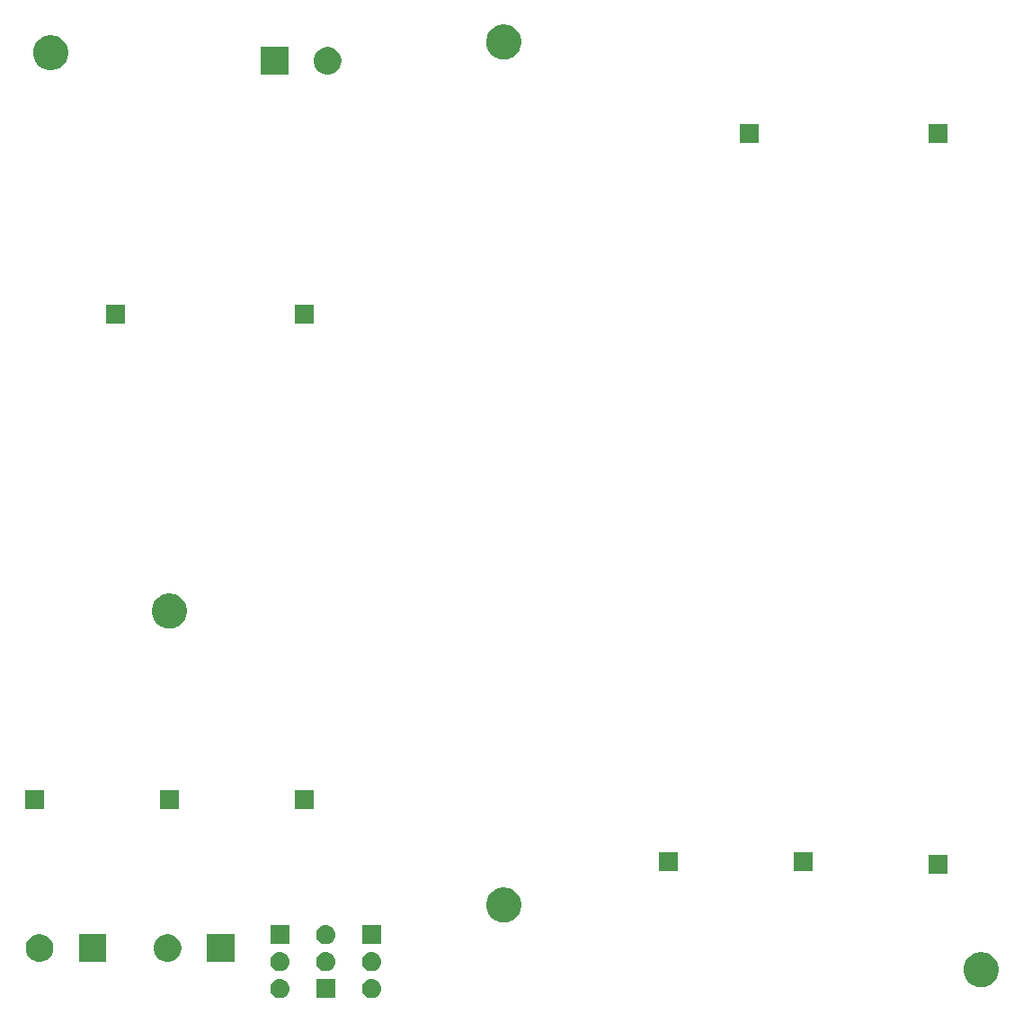
<source format=gbr>
G04 #@! TF.GenerationSoftware,KiCad,Pcbnew,(5.1.4)-1*
G04 #@! TF.CreationDate,2019-10-21T16:45:54-04:00*
G04 #@! TF.ProjectId,psu_board,7073755f-626f-4617-9264-2e6b69636164,rev?*
G04 #@! TF.SameCoordinates,Original*
G04 #@! TF.FileFunction,Soldermask,Top*
G04 #@! TF.FilePolarity,Negative*
%FSLAX46Y46*%
G04 Gerber Fmt 4.6, Leading zero omitted, Abs format (unit mm)*
G04 Created by KiCad (PCBNEW (5.1.4)-1) date 2019-10-21 16:45:54*
%MOMM*%
%LPD*%
G04 APERTURE LIST*
%ADD10C,0.100000*%
G04 APERTURE END LIST*
D10*
G36*
X189340442Y-155061518D02*
G01*
X189406627Y-155068037D01*
X189576466Y-155119557D01*
X189732991Y-155203222D01*
X189766167Y-155230449D01*
X189870186Y-155315814D01*
X189953448Y-155417271D01*
X189982778Y-155453009D01*
X190066443Y-155609534D01*
X190117963Y-155779373D01*
X190135359Y-155956000D01*
X190117963Y-156132627D01*
X190066443Y-156302466D01*
X189982778Y-156458991D01*
X189953448Y-156494729D01*
X189870186Y-156596186D01*
X189768729Y-156679448D01*
X189732991Y-156708778D01*
X189576466Y-156792443D01*
X189406627Y-156843963D01*
X189340443Y-156850481D01*
X189274260Y-156857000D01*
X189185740Y-156857000D01*
X189119557Y-156850481D01*
X189053373Y-156843963D01*
X188883534Y-156792443D01*
X188727009Y-156708778D01*
X188691271Y-156679448D01*
X188589814Y-156596186D01*
X188506552Y-156494729D01*
X188477222Y-156458991D01*
X188393557Y-156302466D01*
X188342037Y-156132627D01*
X188324641Y-155956000D01*
X188342037Y-155779373D01*
X188393557Y-155609534D01*
X188477222Y-155453009D01*
X188506552Y-155417271D01*
X188589814Y-155315814D01*
X188693833Y-155230449D01*
X188727009Y-155203222D01*
X188883534Y-155119557D01*
X189053373Y-155068037D01*
X189119558Y-155061518D01*
X189185740Y-155055000D01*
X189274260Y-155055000D01*
X189340442Y-155061518D01*
X189340442Y-155061518D01*
G37*
G36*
X180704442Y-155061518D02*
G01*
X180770627Y-155068037D01*
X180940466Y-155119557D01*
X181096991Y-155203222D01*
X181130167Y-155230449D01*
X181234186Y-155315814D01*
X181317448Y-155417271D01*
X181346778Y-155453009D01*
X181430443Y-155609534D01*
X181481963Y-155779373D01*
X181499359Y-155956000D01*
X181481963Y-156132627D01*
X181430443Y-156302466D01*
X181346778Y-156458991D01*
X181317448Y-156494729D01*
X181234186Y-156596186D01*
X181132729Y-156679448D01*
X181096991Y-156708778D01*
X180940466Y-156792443D01*
X180770627Y-156843963D01*
X180704443Y-156850481D01*
X180638260Y-156857000D01*
X180549740Y-156857000D01*
X180483557Y-156850481D01*
X180417373Y-156843963D01*
X180247534Y-156792443D01*
X180091009Y-156708778D01*
X180055271Y-156679448D01*
X179953814Y-156596186D01*
X179870552Y-156494729D01*
X179841222Y-156458991D01*
X179757557Y-156302466D01*
X179706037Y-156132627D01*
X179688641Y-155956000D01*
X179706037Y-155779373D01*
X179757557Y-155609534D01*
X179841222Y-155453009D01*
X179870552Y-155417271D01*
X179953814Y-155315814D01*
X180057833Y-155230449D01*
X180091009Y-155203222D01*
X180247534Y-155119557D01*
X180417373Y-155068037D01*
X180483558Y-155061518D01*
X180549740Y-155055000D01*
X180638260Y-155055000D01*
X180704442Y-155061518D01*
X180704442Y-155061518D01*
G37*
G36*
X185813000Y-156857000D02*
G01*
X184011000Y-156857000D01*
X184011000Y-155055000D01*
X185813000Y-155055000D01*
X185813000Y-156857000D01*
X185813000Y-156857000D01*
G37*
G36*
X247009256Y-152569298D02*
G01*
X247115579Y-152590447D01*
X247416042Y-152714903D01*
X247686451Y-152895585D01*
X247916415Y-153125549D01*
X248097097Y-153395958D01*
X248221553Y-153696421D01*
X248242702Y-153802744D01*
X248265825Y-153918989D01*
X248285000Y-154015391D01*
X248285000Y-154340609D01*
X248221553Y-154659579D01*
X248097097Y-154960042D01*
X247916415Y-155230451D01*
X247686451Y-155460415D01*
X247416042Y-155641097D01*
X247115579Y-155765553D01*
X247046101Y-155779373D01*
X246796611Y-155829000D01*
X246471389Y-155829000D01*
X246221899Y-155779373D01*
X246152421Y-155765553D01*
X245851958Y-155641097D01*
X245581549Y-155460415D01*
X245351585Y-155230451D01*
X245170903Y-154960042D01*
X245046447Y-154659579D01*
X244983000Y-154340609D01*
X244983000Y-154015391D01*
X245002176Y-153918989D01*
X245025298Y-153802744D01*
X245046447Y-153696421D01*
X245170903Y-153395958D01*
X245351585Y-153125549D01*
X245581549Y-152895585D01*
X245851958Y-152714903D01*
X246152421Y-152590447D01*
X246258744Y-152569298D01*
X246471389Y-152527000D01*
X246796611Y-152527000D01*
X247009256Y-152569298D01*
X247009256Y-152569298D01*
G37*
G36*
X185022442Y-152521518D02*
G01*
X185088627Y-152528037D01*
X185258466Y-152579557D01*
X185414991Y-152663222D01*
X185450729Y-152692552D01*
X185552186Y-152775814D01*
X185635448Y-152877271D01*
X185664778Y-152913009D01*
X185748443Y-153069534D01*
X185799963Y-153239373D01*
X185817359Y-153416000D01*
X185799963Y-153592627D01*
X185748443Y-153762466D01*
X185664778Y-153918991D01*
X185635448Y-153954729D01*
X185552186Y-154056186D01*
X185450729Y-154139448D01*
X185414991Y-154168778D01*
X185258466Y-154252443D01*
X185088627Y-154303963D01*
X185022442Y-154310482D01*
X184956260Y-154317000D01*
X184867740Y-154317000D01*
X184801558Y-154310482D01*
X184735373Y-154303963D01*
X184565534Y-154252443D01*
X184409009Y-154168778D01*
X184373271Y-154139448D01*
X184271814Y-154056186D01*
X184188552Y-153954729D01*
X184159222Y-153918991D01*
X184075557Y-153762466D01*
X184024037Y-153592627D01*
X184006641Y-153416000D01*
X184024037Y-153239373D01*
X184075557Y-153069534D01*
X184159222Y-152913009D01*
X184188552Y-152877271D01*
X184271814Y-152775814D01*
X184373271Y-152692552D01*
X184409009Y-152663222D01*
X184565534Y-152579557D01*
X184735373Y-152528037D01*
X184801558Y-152521518D01*
X184867740Y-152515000D01*
X184956260Y-152515000D01*
X185022442Y-152521518D01*
X185022442Y-152521518D01*
G37*
G36*
X189340442Y-152521518D02*
G01*
X189406627Y-152528037D01*
X189576466Y-152579557D01*
X189732991Y-152663222D01*
X189768729Y-152692552D01*
X189870186Y-152775814D01*
X189953448Y-152877271D01*
X189982778Y-152913009D01*
X190066443Y-153069534D01*
X190117963Y-153239373D01*
X190135359Y-153416000D01*
X190117963Y-153592627D01*
X190066443Y-153762466D01*
X189982778Y-153918991D01*
X189953448Y-153954729D01*
X189870186Y-154056186D01*
X189768729Y-154139448D01*
X189732991Y-154168778D01*
X189576466Y-154252443D01*
X189406627Y-154303963D01*
X189340442Y-154310482D01*
X189274260Y-154317000D01*
X189185740Y-154317000D01*
X189119558Y-154310482D01*
X189053373Y-154303963D01*
X188883534Y-154252443D01*
X188727009Y-154168778D01*
X188691271Y-154139448D01*
X188589814Y-154056186D01*
X188506552Y-153954729D01*
X188477222Y-153918991D01*
X188393557Y-153762466D01*
X188342037Y-153592627D01*
X188324641Y-153416000D01*
X188342037Y-153239373D01*
X188393557Y-153069534D01*
X188477222Y-152913009D01*
X188506552Y-152877271D01*
X188589814Y-152775814D01*
X188691271Y-152692552D01*
X188727009Y-152663222D01*
X188883534Y-152579557D01*
X189053373Y-152528037D01*
X189119558Y-152521518D01*
X189185740Y-152515000D01*
X189274260Y-152515000D01*
X189340442Y-152521518D01*
X189340442Y-152521518D01*
G37*
G36*
X180704442Y-152521518D02*
G01*
X180770627Y-152528037D01*
X180940466Y-152579557D01*
X181096991Y-152663222D01*
X181132729Y-152692552D01*
X181234186Y-152775814D01*
X181317448Y-152877271D01*
X181346778Y-152913009D01*
X181430443Y-153069534D01*
X181481963Y-153239373D01*
X181499359Y-153416000D01*
X181481963Y-153592627D01*
X181430443Y-153762466D01*
X181346778Y-153918991D01*
X181317448Y-153954729D01*
X181234186Y-154056186D01*
X181132729Y-154139448D01*
X181096991Y-154168778D01*
X180940466Y-154252443D01*
X180770627Y-154303963D01*
X180704442Y-154310482D01*
X180638260Y-154317000D01*
X180549740Y-154317000D01*
X180483558Y-154310482D01*
X180417373Y-154303963D01*
X180247534Y-154252443D01*
X180091009Y-154168778D01*
X180055271Y-154139448D01*
X179953814Y-154056186D01*
X179870552Y-153954729D01*
X179841222Y-153918991D01*
X179757557Y-153762466D01*
X179706037Y-153592627D01*
X179688641Y-153416000D01*
X179706037Y-153239373D01*
X179757557Y-153069534D01*
X179841222Y-152913009D01*
X179870552Y-152877271D01*
X179953814Y-152775814D01*
X180055271Y-152692552D01*
X180091009Y-152663222D01*
X180247534Y-152579557D01*
X180417373Y-152528037D01*
X180483558Y-152521518D01*
X180549740Y-152515000D01*
X180638260Y-152515000D01*
X180704442Y-152521518D01*
X180704442Y-152521518D01*
G37*
G36*
X158335487Y-150894996D02*
G01*
X158572253Y-150993068D01*
X158572255Y-150993069D01*
X158785339Y-151135447D01*
X158966553Y-151316661D01*
X159099871Y-151516185D01*
X159108932Y-151529747D01*
X159207004Y-151766513D01*
X159257000Y-152017861D01*
X159257000Y-152274139D01*
X159207004Y-152525487D01*
X159149952Y-152663222D01*
X159108931Y-152762255D01*
X158966553Y-152975339D01*
X158785339Y-153156553D01*
X158572255Y-153298931D01*
X158572254Y-153298932D01*
X158572253Y-153298932D01*
X158335487Y-153397004D01*
X158084139Y-153447000D01*
X157827861Y-153447000D01*
X157576513Y-153397004D01*
X157339747Y-153298932D01*
X157339746Y-153298932D01*
X157339745Y-153298931D01*
X157126661Y-153156553D01*
X156945447Y-152975339D01*
X156803069Y-152762255D01*
X156762048Y-152663222D01*
X156704996Y-152525487D01*
X156655000Y-152274139D01*
X156655000Y-152017861D01*
X156704996Y-151766513D01*
X156803068Y-151529747D01*
X156812130Y-151516185D01*
X156945447Y-151316661D01*
X157126661Y-151135447D01*
X157339745Y-150993069D01*
X157339747Y-150993068D01*
X157576513Y-150894996D01*
X157827861Y-150845000D01*
X158084139Y-150845000D01*
X158335487Y-150894996D01*
X158335487Y-150894996D01*
G37*
G36*
X176307000Y-153447000D02*
G01*
X173705000Y-153447000D01*
X173705000Y-150845000D01*
X176307000Y-150845000D01*
X176307000Y-153447000D01*
X176307000Y-153447000D01*
G37*
G36*
X170385487Y-150894996D02*
G01*
X170622253Y-150993068D01*
X170622255Y-150993069D01*
X170835339Y-151135447D01*
X171016553Y-151316661D01*
X171149871Y-151516185D01*
X171158932Y-151529747D01*
X171257004Y-151766513D01*
X171307000Y-152017861D01*
X171307000Y-152274139D01*
X171257004Y-152525487D01*
X171199952Y-152663222D01*
X171158931Y-152762255D01*
X171016553Y-152975339D01*
X170835339Y-153156553D01*
X170622255Y-153298931D01*
X170622254Y-153298932D01*
X170622253Y-153298932D01*
X170385487Y-153397004D01*
X170134139Y-153447000D01*
X169877861Y-153447000D01*
X169626513Y-153397004D01*
X169389747Y-153298932D01*
X169389746Y-153298932D01*
X169389745Y-153298931D01*
X169176661Y-153156553D01*
X168995447Y-152975339D01*
X168853069Y-152762255D01*
X168812048Y-152663222D01*
X168754996Y-152525487D01*
X168705000Y-152274139D01*
X168705000Y-152017861D01*
X168754996Y-151766513D01*
X168853068Y-151529747D01*
X168862130Y-151516185D01*
X168995447Y-151316661D01*
X169176661Y-151135447D01*
X169389745Y-150993069D01*
X169389747Y-150993068D01*
X169626513Y-150894996D01*
X169877861Y-150845000D01*
X170134139Y-150845000D01*
X170385487Y-150894996D01*
X170385487Y-150894996D01*
G37*
G36*
X164257000Y-153447000D02*
G01*
X161655000Y-153447000D01*
X161655000Y-150845000D01*
X164257000Y-150845000D01*
X164257000Y-153447000D01*
X164257000Y-153447000D01*
G37*
G36*
X190131000Y-151777000D02*
G01*
X188329000Y-151777000D01*
X188329000Y-149975000D01*
X190131000Y-149975000D01*
X190131000Y-151777000D01*
X190131000Y-151777000D01*
G37*
G36*
X181495000Y-151777000D02*
G01*
X179693000Y-151777000D01*
X179693000Y-149975000D01*
X181495000Y-149975000D01*
X181495000Y-151777000D01*
X181495000Y-151777000D01*
G37*
G36*
X185022443Y-149981519D02*
G01*
X185088627Y-149988037D01*
X185258466Y-150039557D01*
X185414991Y-150123222D01*
X185450729Y-150152552D01*
X185552186Y-150235814D01*
X185635448Y-150337271D01*
X185664778Y-150373009D01*
X185748443Y-150529534D01*
X185799963Y-150699373D01*
X185817359Y-150876000D01*
X185799963Y-151052627D01*
X185748443Y-151222466D01*
X185664778Y-151378991D01*
X185635448Y-151414729D01*
X185552186Y-151516186D01*
X185450729Y-151599448D01*
X185414991Y-151628778D01*
X185258466Y-151712443D01*
X185088627Y-151763963D01*
X185022442Y-151770482D01*
X184956260Y-151777000D01*
X184867740Y-151777000D01*
X184801558Y-151770482D01*
X184735373Y-151763963D01*
X184565534Y-151712443D01*
X184409009Y-151628778D01*
X184373271Y-151599448D01*
X184271814Y-151516186D01*
X184188552Y-151414729D01*
X184159222Y-151378991D01*
X184075557Y-151222466D01*
X184024037Y-151052627D01*
X184006641Y-150876000D01*
X184024037Y-150699373D01*
X184075557Y-150529534D01*
X184159222Y-150373009D01*
X184188552Y-150337271D01*
X184271814Y-150235814D01*
X184373271Y-150152552D01*
X184409009Y-150123222D01*
X184565534Y-150039557D01*
X184735373Y-149988037D01*
X184801557Y-149981519D01*
X184867740Y-149975000D01*
X184956260Y-149975000D01*
X185022443Y-149981519D01*
X185022443Y-149981519D01*
G37*
G36*
X202051256Y-146473298D02*
G01*
X202157579Y-146494447D01*
X202458042Y-146618903D01*
X202728451Y-146799585D01*
X202958415Y-147029549D01*
X203139097Y-147299958D01*
X203263553Y-147600421D01*
X203327000Y-147919391D01*
X203327000Y-148244609D01*
X203263553Y-148563579D01*
X203139097Y-148864042D01*
X202958415Y-149134451D01*
X202728451Y-149364415D01*
X202458042Y-149545097D01*
X202157579Y-149669553D01*
X202051256Y-149690702D01*
X201838611Y-149733000D01*
X201513389Y-149733000D01*
X201300744Y-149690702D01*
X201194421Y-149669553D01*
X200893958Y-149545097D01*
X200623549Y-149364415D01*
X200393585Y-149134451D01*
X200212903Y-148864042D01*
X200088447Y-148563579D01*
X200025000Y-148244609D01*
X200025000Y-147919391D01*
X200088447Y-147600421D01*
X200212903Y-147299958D01*
X200393585Y-147029549D01*
X200623549Y-146799585D01*
X200893958Y-146618903D01*
X201194421Y-146494447D01*
X201300744Y-146473298D01*
X201513389Y-146431000D01*
X201838611Y-146431000D01*
X202051256Y-146473298D01*
X202051256Y-146473298D01*
G37*
G36*
X243471000Y-145173000D02*
G01*
X241669000Y-145173000D01*
X241669000Y-143371000D01*
X243471000Y-143371000D01*
X243471000Y-145173000D01*
X243471000Y-145173000D01*
G37*
G36*
X218071000Y-144919000D02*
G01*
X216269000Y-144919000D01*
X216269000Y-143117000D01*
X218071000Y-143117000D01*
X218071000Y-144919000D01*
X218071000Y-144919000D01*
G37*
G36*
X230771000Y-144919000D02*
G01*
X228969000Y-144919000D01*
X228969000Y-143117000D01*
X230771000Y-143117000D01*
X230771000Y-144919000D01*
X230771000Y-144919000D01*
G37*
G36*
X183781000Y-139077000D02*
G01*
X181979000Y-139077000D01*
X181979000Y-137275000D01*
X183781000Y-137275000D01*
X183781000Y-139077000D01*
X183781000Y-139077000D01*
G37*
G36*
X171081000Y-139077000D02*
G01*
X169279000Y-139077000D01*
X169279000Y-137275000D01*
X171081000Y-137275000D01*
X171081000Y-139077000D01*
X171081000Y-139077000D01*
G37*
G36*
X158381000Y-139077000D02*
G01*
X156579000Y-139077000D01*
X156579000Y-137275000D01*
X158381000Y-137275000D01*
X158381000Y-139077000D01*
X158381000Y-139077000D01*
G37*
G36*
X170555256Y-118787298D02*
G01*
X170661579Y-118808447D01*
X170962042Y-118932903D01*
X171232451Y-119113585D01*
X171462415Y-119343549D01*
X171643097Y-119613958D01*
X171767553Y-119914421D01*
X171831000Y-120233391D01*
X171831000Y-120558609D01*
X171767553Y-120877579D01*
X171643097Y-121178042D01*
X171462415Y-121448451D01*
X171232451Y-121678415D01*
X170962042Y-121859097D01*
X170661579Y-121983553D01*
X170555256Y-122004702D01*
X170342611Y-122047000D01*
X170017389Y-122047000D01*
X169804744Y-122004702D01*
X169698421Y-121983553D01*
X169397958Y-121859097D01*
X169127549Y-121678415D01*
X168897585Y-121448451D01*
X168716903Y-121178042D01*
X168592447Y-120877579D01*
X168529000Y-120558609D01*
X168529000Y-120233391D01*
X168592447Y-119914421D01*
X168716903Y-119613958D01*
X168897585Y-119343549D01*
X169127549Y-119113585D01*
X169397958Y-118932903D01*
X169698421Y-118808447D01*
X169804744Y-118787298D01*
X170017389Y-118745000D01*
X170342611Y-118745000D01*
X170555256Y-118787298D01*
X170555256Y-118787298D01*
G37*
G36*
X166001000Y-93357000D02*
G01*
X164199000Y-93357000D01*
X164199000Y-91555000D01*
X166001000Y-91555000D01*
X166001000Y-93357000D01*
X166001000Y-93357000D01*
G37*
G36*
X183781000Y-93357000D02*
G01*
X181979000Y-93357000D01*
X181979000Y-91555000D01*
X183781000Y-91555000D01*
X183781000Y-93357000D01*
X183781000Y-93357000D01*
G37*
G36*
X243471000Y-76339000D02*
G01*
X241669000Y-76339000D01*
X241669000Y-74537000D01*
X243471000Y-74537000D01*
X243471000Y-76339000D01*
X243471000Y-76339000D01*
G37*
G36*
X225691000Y-76339000D02*
G01*
X223889000Y-76339000D01*
X223889000Y-74537000D01*
X225691000Y-74537000D01*
X225691000Y-76339000D01*
X225691000Y-76339000D01*
G37*
G36*
X185465487Y-67328996D02*
G01*
X185702253Y-67427068D01*
X185702255Y-67427069D01*
X185915339Y-67569447D01*
X186096553Y-67750661D01*
X186238932Y-67963747D01*
X186337004Y-68200513D01*
X186387000Y-68451861D01*
X186387000Y-68708139D01*
X186337004Y-68959487D01*
X186278629Y-69100416D01*
X186238931Y-69196255D01*
X186096553Y-69409339D01*
X185915339Y-69590553D01*
X185702255Y-69732931D01*
X185702254Y-69732932D01*
X185702253Y-69732932D01*
X185465487Y-69831004D01*
X185214139Y-69881000D01*
X184957861Y-69881000D01*
X184706513Y-69831004D01*
X184469747Y-69732932D01*
X184469746Y-69732932D01*
X184469745Y-69732931D01*
X184256661Y-69590553D01*
X184075447Y-69409339D01*
X183933069Y-69196255D01*
X183893371Y-69100416D01*
X183834996Y-68959487D01*
X183785000Y-68708139D01*
X183785000Y-68451861D01*
X183834996Y-68200513D01*
X183933068Y-67963747D01*
X184075447Y-67750661D01*
X184256661Y-67569447D01*
X184469745Y-67427069D01*
X184469747Y-67427068D01*
X184706513Y-67328996D01*
X184957861Y-67279000D01*
X185214139Y-67279000D01*
X185465487Y-67328996D01*
X185465487Y-67328996D01*
G37*
G36*
X181387000Y-69881000D02*
G01*
X178785000Y-69881000D01*
X178785000Y-67279000D01*
X181387000Y-67279000D01*
X181387000Y-69881000D01*
X181387000Y-69881000D01*
G37*
G36*
X159379256Y-66209298D02*
G01*
X159485579Y-66230447D01*
X159786042Y-66354903D01*
X160056451Y-66535585D01*
X160286415Y-66765549D01*
X160467097Y-67035958D01*
X160588478Y-67328997D01*
X160591553Y-67336422D01*
X160640808Y-67584040D01*
X160655000Y-67655391D01*
X160655000Y-67980609D01*
X160591553Y-68299579D01*
X160467097Y-68600042D01*
X160286415Y-68870451D01*
X160056451Y-69100415D01*
X159786042Y-69281097D01*
X159485579Y-69405553D01*
X159466545Y-69409339D01*
X159166611Y-69469000D01*
X158841389Y-69469000D01*
X158541455Y-69409339D01*
X158522421Y-69405553D01*
X158221958Y-69281097D01*
X157951549Y-69100415D01*
X157721585Y-68870451D01*
X157540903Y-68600042D01*
X157416447Y-68299579D01*
X157353000Y-67980609D01*
X157353000Y-67655391D01*
X157367193Y-67584040D01*
X157416447Y-67336422D01*
X157419523Y-67328997D01*
X157540903Y-67035958D01*
X157721585Y-66765549D01*
X157951549Y-66535585D01*
X158221958Y-66354903D01*
X158522421Y-66230447D01*
X158628744Y-66209298D01*
X158841389Y-66167000D01*
X159166611Y-66167000D01*
X159379256Y-66209298D01*
X159379256Y-66209298D01*
G37*
G36*
X202051256Y-65193298D02*
G01*
X202157579Y-65214447D01*
X202458042Y-65338903D01*
X202728451Y-65519585D01*
X202958415Y-65749549D01*
X203139097Y-66019958D01*
X203226285Y-66230447D01*
X203263553Y-66320422D01*
X203327000Y-66639389D01*
X203327000Y-66964611D01*
X203284702Y-67177256D01*
X203263553Y-67283579D01*
X203204118Y-67427068D01*
X203145143Y-67569447D01*
X203139097Y-67584042D01*
X202958415Y-67854451D01*
X202728451Y-68084415D01*
X202458042Y-68265097D01*
X202157579Y-68389553D01*
X202051256Y-68410702D01*
X201838611Y-68453000D01*
X201513389Y-68453000D01*
X201300744Y-68410702D01*
X201194421Y-68389553D01*
X200893958Y-68265097D01*
X200623549Y-68084415D01*
X200393585Y-67854451D01*
X200212903Y-67584042D01*
X200206858Y-67569447D01*
X200147882Y-67427068D01*
X200088447Y-67283579D01*
X200067298Y-67177256D01*
X200025000Y-66964611D01*
X200025000Y-66639389D01*
X200088447Y-66320422D01*
X200125716Y-66230447D01*
X200212903Y-66019958D01*
X200393585Y-65749549D01*
X200623549Y-65519585D01*
X200893958Y-65338903D01*
X201194421Y-65214447D01*
X201300744Y-65193298D01*
X201513389Y-65151000D01*
X201838611Y-65151000D01*
X202051256Y-65193298D01*
X202051256Y-65193298D01*
G37*
M02*

</source>
